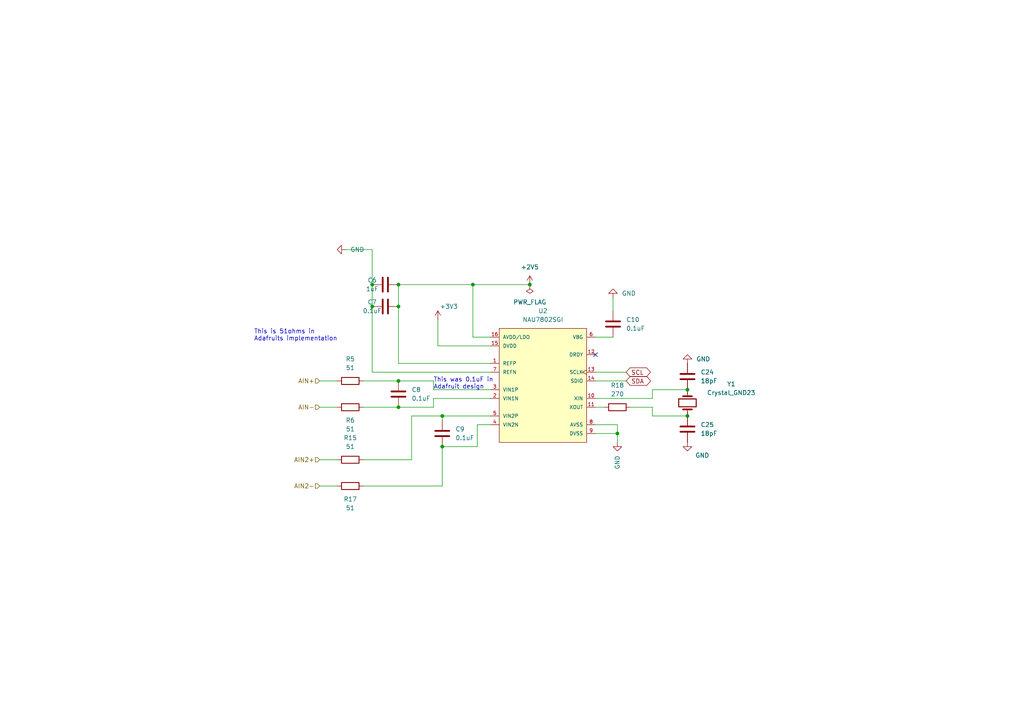
<source format=kicad_sch>
(kicad_sch (version 20211123) (generator eeschema)
  (paper "A4")
  (title_block (title "Development Board") (date "2022-03-15") (rev "2.1") (company "Plastic Scanner"))
  (lib_symbols
    (symbol "Device:C" (pin_numbers hide) (pin_names (offset 0.254))
      (property "Reference" "C" (at 0.635 2.54 0))
      (property "Value" "C" (at 0.635 -2.54 0))
      (symbol "C_0_1"
        (polyline (pts (xy -2.032 -0.762) (xy 2.032 -0.762)) (stroke (width 0.508)))
        (polyline (pts (xy -2.032 0.762) (xy 2.032 0.762)) (stroke (width 0.508)))
      )
      (symbol "C_1_1"
        (pin passive line (at 0 3.81 270) (length 2.794) (name "~") (number "1"))
        (pin passive line (at 0 -3.81 90) (length 2.794) (name "~") (number "2"))
      )
    )
    (symbol "Device:Crystal" (pin_numbers hide) (pin_names (offset 1.016) hide)
      (property "Reference" "Y" (at 0 3.81 0))
      (property "Value" "Crystal" (at 0 -3.81 0))
      (symbol "Crystal_0_1"
        (rectangle (start -1.143 2.54) (end 1.143 -2.54) (stroke (width 0.3048)))
        (polyline (pts (xy -2.54 0) (xy -1.905 0)))
        (polyline (pts (xy -1.905 -1.27) (xy -1.905 1.27)) (stroke (width 0.508)))
        (polyline (pts (xy 1.905 -1.27) (xy 1.905 1.27)) (stroke (width 0.508)))
        (polyline (pts (xy 2.54 0) (xy 1.905 0)))
      )
      (symbol "Crystal_1_1"
        (pin passive line (at -3.81 0 0) (length 1.27) (name "1") (number "1"))
        (pin passive line (at 3.81 0 180) (length 1.27) (name "2") (number "2"))
      )
    )
    (symbol "Device:R" (pin_numbers hide) (pin_names (offset 0))
      (property "Reference" "R" (at 2.032 0 90))
      (property "Value" "R" (at 0 0 90))
      (symbol "R_0_1"
        (rectangle (start -1.016 -2.54) (end 1.016 2.54) (stroke (width 0.254)))
      )
      (symbol "R_1_1"
        (pin passive line (at 0 3.81 270) (length 1.27) (name "~") (number "1"))
        (pin passive line (at 0 -3.81 90) (length 1.27) (name "~") (number "2"))
      )
    )
    (symbol "Nuvoton_-_NAU7802SGI:NAU7802SGI" (pin_names (offset 1.016))
      (property "Reference" "U" (at 0 5.08 0))
      (property "Value" "NAU7802SGI" (at 0 7.62 0))
      (symbol "NAU7802SGI_1_1"
        (rectangle (start 5.08 2.54) (end 30.48 -30.48) (fill (type background)))
        (pin input line (at 2.54 -7.62 0) (length 2.54) (name "REFP") (number "1"))
        (pin input line (at 33.02 -17.78 180) (length 2.54) (name "XIN") (number "10"))
        (pin output line (at 33.02 -20.32 180) (length 2.54) (name "XOUT") (number "11"))
        (pin output line (at 33.02 -5.08 180) (length 2.54) (name "DRDY") (number "12"))
        (pin input clock (at 33.02 -10.16 180) (length 2.54) (name "SCLK") (number "13"))
        (pin bidirectional line (at 33.02 -12.7 180) (length 2.54) (name "SDIO") (number "14"))
        (pin power_in line (at 2.54 -2.54 0) (length 2.54) (name "DVDD") (number "15"))
        (pin power_in line (at 2.54 0 0) (length 2.54) (name "AVDD/LDO") (number "16"))
        (pin input line (at 2.54 -17.78 0) (length 2.54) (name "VIN1N") (number "2"))
        (pin input line (at 2.54 -15.24 0) (length 2.54) (name "VIN1P") (number "3"))
        (pin input line (at 2.54 -25.4 0) (length 2.54) (name "VIN2N") (number "4"))
        (pin input line (at 2.54 -22.86 0) (length 2.54) (name "VIN2P") (number "5"))
        (pin output line (at 33.02 0 180) (length 2.54) (name "VBG") (number "6"))
        (pin input line (at 2.54 -10.16 0) (length 2.54) (name "REFN") (number "7"))
        (pin power_in line (at 33.02 -25.4 180) (length 2.54) (name "AVSS") (number "8"))
        (pin power_in line (at 33.02 -27.94 180) (length 2.54) (name "DVSS") (number "9"))
      )
    )
    (symbol "power:+2V5" (power) (pin_names (offset 0))
      (property "Value" "+2V5" (at 0 3.556 0))
      (symbol "+2V5_0_1"
        (polyline (pts (xy -0.762 1.27) (xy 0 2.54)))
        (polyline (pts (xy 0 0) (xy 0 2.54)))
        (polyline (pts (xy 0 2.54) (xy 0.762 1.27)))
      )
      (symbol "+2V5_1_1"
        (pin power_in line (at 0 0 90) (length 0) hide (name "+2V5") (number "1"))
      )
    )
    (symbol "power:+3.3V" (power) (pin_names (offset 0))
      (property "Value" "+3.3V" (at 0 3.556 0))
      (symbol "+3.3V_0_1"
        (polyline (pts (xy -0.762 1.27) (xy 0 2.54)))
        (polyline (pts (xy 0 0) (xy 0 2.54)))
        (polyline (pts (xy 0 2.54) (xy 0.762 1.27)))
      )
      (symbol "+3.3V_1_1"
        (pin power_in line (at 0 0 90) (length 0) hide (name "+3V3") (number "1"))
      )
    )
    (symbol "power:GND" (power) (pin_names (offset 0))
      (property "Value" "GND" (at 0 -3.81 0))
      (symbol "GND_0_1"
        (polyline (pts (xy 0 0) (xy 0 -1.27) (xy 1.27 -1.27) (xy 0 -2.54) (xy -1.27 -1.27) (xy 0 -1.27)))
      )
      (symbol "GND_1_1"
        (pin power_in line (at 0 0 270) (length 0) hide (name "GND") (number "1"))
      )
    )
    (symbol "power:PWR_FLAG" (power) (pin_numbers hide) (pin_names (offset 0) hide)
      (property "Value" "PWR_FLAG" (at 0 3.81 0))
      (symbol "PWR_FLAG_0_0"
        (pin power_out line (at 0 0 90) (length 0) (name "pwr") (number "1"))
      )
      (symbol "PWR_FLAG_0_1"
        (polyline (pts (xy 0 0) (xy 0 1.27) (xy -1.016 1.905) (xy 0 2.54) (xy 1.016 1.905) (xy 0 1.27)))
      )
    )
  )
  (bus_alias "SPI" (members "CLK" "MOSI" "MISO" "CS1"))
  (junction (at 115.57 118.11))
  (junction (at 179.07 125.73))
  (junction (at 199.39 113.03))
  (junction (at 115.57 88.9))
  (junction (at 137.16 82.55))
  (junction (at 115.57 82.55))
  (junction (at 115.57 110.49))
  (junction (at 153.67 82.55))
  (junction (at 199.39 120.65))
  (junction (at 107.95 88.9))
  (junction (at 128.27 120.65))
  (junction (at 107.95 82.55))
  (junction (at 128.27 129.54))
  (no_connect (at 172.72 102.87))
  (wire (pts (xy 137.16 82.55) (xy 137.16 97.79)))
  (wire (pts (xy 100.33 72.39) (xy 107.95 72.39)))
  (wire (pts (xy 138.43 129.54) (xy 128.27 129.54)))
  (wire (pts (xy 92.71 118.11) (xy 97.79 118.11)))
  (wire (pts (xy 172.72 97.79) (xy 177.8 97.79)))
  (wire (pts (xy 128.27 120.65) (xy 128.27 121.92)))
  (wire (pts (xy 179.07 125.73) (xy 179.07 128.27)))
  (wire (pts (xy 107.95 72.39) (xy 107.95 82.55)))
  (wire (pts (xy 189.23 115.57) (xy 189.23 113.03)))
  (wire (pts (xy 182.88 118.11) (xy 189.23 118.11)))
  (wire (pts (xy 105.41 118.11) (xy 115.57 118.11)))
  (wire (pts (xy 127 100.33) (xy 142.24 100.33)))
  (wire (pts (xy 115.57 82.55) (xy 137.16 82.55)))
  (wire (pts (xy 92.71 140.97) (xy 97.79 140.97)))
  (wire (pts (xy 177.8 86.36) (xy 177.8 90.17)))
  (wire (pts (xy 115.57 105.41) (xy 142.24 105.41)))
  (wire (pts (xy 137.16 82.55) (xy 153.67 82.55)))
  (wire (pts (xy 107.95 107.95) (xy 107.95 88.9)))
  (wire (pts (xy 172.72 118.11) (xy 175.26 118.11)))
  (wire (pts (xy 172.72 115.57) (xy 189.23 115.57)))
  (wire (pts (xy 105.41 110.49) (xy 115.57 110.49)))
  (wire (pts (xy 172.72 125.73) (xy 179.07 125.73)))
  (wire (pts (xy 128.27 140.97) (xy 128.27 129.54)))
  (wire (pts (xy 142.24 115.57) (xy 125.73 115.57)))
  (wire (pts (xy 172.72 107.95) (xy 181.61 107.95)))
  (wire (pts (xy 189.23 118.11) (xy 189.23 120.65)))
  (wire (pts (xy 142.24 120.65) (xy 128.27 120.65)))
  (wire (pts (xy 125.73 115.57) (xy 125.73 118.11)))
  (wire (pts (xy 137.16 97.79) (xy 142.24 97.79)))
  (wire (pts (xy 142.24 113.03) (xy 125.73 113.03)))
  (wire (pts (xy 125.73 113.03) (xy 125.73 110.49)))
  (wire (pts (xy 138.43 123.19) (xy 138.43 129.54)))
  (wire (pts (xy 189.23 120.65) (xy 199.39 120.65)))
  (wire (pts (xy 105.41 140.97) (xy 128.27 140.97)))
  (wire (pts (xy 142.24 107.95) (xy 107.95 107.95)))
  (wire (pts (xy 179.07 123.19) (xy 179.07 125.73)))
  (wire (pts (xy 105.41 133.35) (xy 119.38 133.35)))
  (wire (pts (xy 138.43 123.19) (xy 142.24 123.19)))
  (wire (pts (xy 127 92.71) (xy 127 100.33)))
  (wire (pts (xy 189.23 113.03) (xy 199.39 113.03)))
  (wire (pts (xy 125.73 118.11) (xy 115.57 118.11)))
  (wire (pts (xy 92.71 133.35) (xy 97.79 133.35)))
  (wire (pts (xy 125.73 110.49) (xy 115.57 110.49)))
  (wire (pts (xy 119.38 133.35) (xy 119.38 120.65)))
  (wire (pts (xy 92.71 110.49) (xy 97.79 110.49)))
  (wire (pts (xy 172.72 123.19) (xy 179.07 123.19)))
  (wire (pts (xy 115.57 88.9) (xy 115.57 105.41)))
  (wire (pts (xy 119.38 120.65) (xy 128.27 120.65)))
  (wire (pts (xy 172.72 110.49) (xy 181.61 110.49)))
  (wire (pts (xy 107.95 82.55) (xy 107.95 88.9)))
  (wire (pts (xy 115.57 82.55) (xy 115.57 88.9)))
  (text "This was 0.1uF in \nAdafruit design" (at 125.73 113.03 0) (effects (font (size 1.27 1.27)) (justify left bottom)))
  (text "This is 51ohms in \nAdafruits implementation" (at 73.66 99.06 0) (effects (font (size 1.27 1.27)) (justify left bottom)))
  (global_label "SCL" (shape bidirectional) (at 181.61 107.95 0) (property "Intersheet References" "${INTERSHEET_REFS}" (effects hide)))
  (global_label "SDA" (shape bidirectional) (at 181.61 110.49 0) (property "Intersheet References" "${INTERSHEET_REFS}" (effects hide)))
  (hierarchical_label "AIN2+" (shape input) (at 92.71 133.35 180))
  (hierarchical_label "AIN2-" (shape input) (at 92.71 140.97 180))
  (hierarchical_label "AIN+" (shape input) (at 92.71 110.49 180))
  (hierarchical_label "AIN-" (shape input) (at 92.71 118.11 180))
  (symbol (lib_id "Device:C") (at 111.76 82.55 90) (unit 1)
    (property "Reference" "C6" (at 107.95 81.28 90))
    (property "Value" "1uF" (at 107.95 83.82 90))
    (property "Footprint" "Capacitor_SMD:C_0603_1608Metric_Pad1.08x0.95mm_HandSolder" (effects hide))
  )
  (symbol (lib_id "Device:C") (at 177.8 93.98 0) (unit 1)
    (property "Reference" "C10" (at 181.61 92.7099 0) (effects (justify left)))
    (property "Value" "0.1uF" (at 181.61 95.2499 0) (effects (justify left)))
    (property "Footprint" "Capacitor_SMD:C_0603_1608Metric_Pad1.08x0.95mm_HandSolder" (effects hide))
  )
  (symbol (lib_id "Nuvoton_-_NAU7802SGI:NAU7802SGI") (at 139.7 97.79 0) (unit 1)
    (property "Reference" "U2" (at 157.48 90.17 0))
    (property "Value" "NAU7802SGI" (at 157.48 92.71 0))
    (property "Footprint" "Nuvoton-NAU7802SGI:Nuvoton-NAU7802SGI" (effects hide))
    (property "Datasheet" "http://www.nuvoton.com/resource-files/NAU7802%20Data%20Sheet%20V1.7.pdf" (effects hide))
    (property "ambient temperature range high" "+85°C" (effects hide))
    (property "ambient temperature range low" "-40°C" (effects hide))
    (property "category" "IC" (effects hide))
    (property "data polarity" "Bipolar" (effects hide))
    (property "device class L1" "Integrated Circuits (ICs)" (effects hide))
    (property "device class L2" "Data Converter ICs" (effects hide))
    (property "device class L3" "Analog to Digital Converters (ADCs)" (effects hide))
    (property "digikey description" "IC ADC 24BIT I2C/SRL 16-SOP" (effects hide))
    (property "digikey part number" "NAU7802SGI-ND" (effects hide))
    (property "height" "1.75mm" (effects hide))
    (property "interface" "I2C,2-Wire" (effects hide))
    (property "ipc land pattern name" "SOIC127P600X155-16" (effects hide))
    (property "lead free" "yes" (effects hide))
    (property "library id" "633e3c39f43f75df" (effects hide))
    (property "manufacturer" "Nuvoton" (effects hide))
    (property "max supply voltage" "5.5V" (effects hide))
    (property "min supply voltage" "2.7V" (effects hide))
    (property "nominal supply current" "2-2.1mA" (effects hide))
    (property "number of channels" "2" (effects hide))
    (property "number of converters" "2" (effects hide))
    (property "package" "SOP16" (effects hide))
    (property "resolution" "24b" (effects hide))
    (property "rohs" "yes" (effects hide))
    (property "sampling rate" "320bps" (effects hide))
    (property "standoff height" "0.1mm" (effects hide))
    (property "temperature range high" "+85°C" (effects hide))
    (property "temperature range low" "-40°C" (effects hide))
  )
  (symbol (lib_id "power:PWR_FLAG") (at 153.67 82.55 0) (mirror x) (unit 1)
    (property "Reference" "#FLG0101" (effects hide))
    (property "Value" "PWR_FLAG" (at 153.67 87.63 0))
  )
  (symbol (lib_id "Device:C") (at 111.76 88.9 90) (unit 1)
    (property "Reference" "C7" (at 107.95 87.63 90))
    (property "Value" "0.1uF" (at 107.95 90.17 90))
    (property "Footprint" "Capacitor_SMD:C_0603_1608Metric_Pad1.08x0.95mm_HandSolder" (effects hide))
  )
  (symbol (lib_id "Device:C") (at 199.39 124.46 0) (unit 1)
    (property "Reference" "C25" (at 203.2 123.1899 0) (effects (justify left)))
    (property "Value" "18pF" (at 203.2 125.7299 0) (effects (justify left)))
    (property "Footprint" "Capacitor_SMD:C_0603_1608Metric_Pad1.08x0.95mm_HandSolder" (effects hide))
  )
  (symbol (lib_id "Device:R") (at 179.07 118.11 90) (unit 1)
    (property "Reference" "R18" (at 179.07 111.76 90))
    (property "Value" "270" (at 179.07 114.3 90))
    (property "Footprint" "Resistor_SMD:R_0603_1608Metric_Pad0.98x0.95mm_HandSolder" (effects hide))
  )
  (symbol (lib_id "power:GND") (at 199.39 128.27 0) (unit 1)
    (property "Reference" "#PWR012" (effects hide))
    (property "Value" "GND" (at 205.74 132.08 0) (effects (justify right)))
  )
  (symbol (lib_id "Device:C") (at 128.27 125.73 0) (unit 1)
    (property "Reference" "C9" (at 132.08 124.4599 0) (effects (justify left)))
    (property "Value" "0.1uF" (at 132.08 126.9999 0) (effects (justify left)))
    (property "Footprint" "Capacitor_SMD:C_0603_1608Metric_Pad1.08x0.95mm_HandSolder" (effects hide))
  )
  (symbol (lib_id "Device:Crystal") (at 199.39 116.84 270) (unit 1)
    (property "Reference" "Y1" (at 212.09 111.3788 90))
    (property "Value" "Crystal_GND23" (at 212.09 113.9188 90))
    (property "Footprint" "Crystal:Crystal_SMD_HC49-SD" (effects hide))
  )
  (symbol (lib_id "power:GND") (at 100.33 72.39 270) (unit 1)
    (property "Reference" "#PWR0101" (effects hide))
    (property "Value" "GND" (at 101.6 72.3899 90) (effects (justify left)))
  )
  (symbol (lib_id "power:GND") (at 179.07 128.27 0) (unit 1)
    (property "Reference" "#PWR0106" (effects hide))
    (property "Value" "GND" (at 179.0701 132.08 90) (effects (justify right)))
  )
  (symbol (lib_id "Device:R") (at 101.6 140.97 90) (mirror x) (unit 1)
    (property "Reference" "R17" (at 101.6 144.78 90))
    (property "Value" "51" (at 101.6 147.32 90))
    (property "Footprint" "Resistor_SMD:R_0603_1608Metric_Pad0.98x0.95mm_HandSolder" (effects hide))
  )
  (symbol (lib_id "power:+3.3V") (at 127 92.71 0) (unit 1)
    (property "Reference" "#PWR0104" (effects hide))
    (property "Value" "+3.3V" (at 130.175 88.9 0))
  )
  (symbol (lib_id "power:+2V5") (at 153.67 82.55 0) (unit 1)
    (property "Reference" "#PWR0118" (effects hide))
    (property "Value" "+2V5" (at 153.67 77.47 0))
  )
  (symbol (lib_id "Device:C") (at 115.57 114.3 0) (unit 1)
    (property "Reference" "C8" (at 119.38 113.0299 0) (effects (justify left)))
    (property "Value" "0.1uF" (at 119.38 115.5699 0) (effects (justify left)))
    (property "Footprint" "Capacitor_SMD:C_0603_1608Metric_Pad1.08x0.95mm_HandSolder" (effects hide))
  )
  (symbol (lib_id "Device:C") (at 199.39 109.22 0) (unit 1)
    (property "Reference" "C24" (at 203.2 107.9499 0) (effects (justify left)))
    (property "Value" "18pF" (at 203.2 110.4899 0) (effects (justify left)))
    (property "Footprint" "Capacitor_SMD:C_0603_1608Metric_Pad1.08x0.95mm_HandSolder" (effects hide))
  )
  (symbol (lib_id "Device:R") (at 101.6 133.35 90) (unit 1)
    (property "Reference" "R15" (at 101.6 127 90))
    (property "Value" "51" (at 101.6 129.54 90))
    (property "Footprint" "Resistor_SMD:R_0603_1608Metric_Pad0.98x0.95mm_HandSolder" (effects hide))
  )
  (symbol (lib_id "Device:R") (at 101.6 118.11 90) (mirror x) (unit 1)
    (property "Reference" "R6" (at 101.6 121.92 90))
    (property "Value" "51" (at 101.6 124.46 90))
    (property "Footprint" "Resistor_SMD:R_0603_1608Metric_Pad0.98x0.95mm_HandSolder" (effects hide))
  )
  (symbol (lib_id "power:GND") (at 177.8 86.36 180) (unit 1)
    (property "Reference" "#PWR0105" (effects hide))
    (property "Value" "GND" (at 180.34 85.0899 0) (effects (justify right)))
  )
  (symbol (lib_id "Device:R") (at 101.6 110.49 90) (unit 1)
    (property "Reference" "R5" (at 101.6 104.14 90))
    (property "Value" "51" (at 101.6 106.68 90))
    (property "Footprint" "Resistor_SMD:R_0603_1608Metric_Pad0.98x0.95mm_HandSolder" (effects hide))
  )
  (symbol (lib_id "power:GND") (at 199.39 105.41 180) (unit 1)
    (property "Reference" "#PWR011" (effects hide))
    (property "Value" "GND" (at 201.93 104.1399 0) (effects (justify right)))
  )
)
</source>
